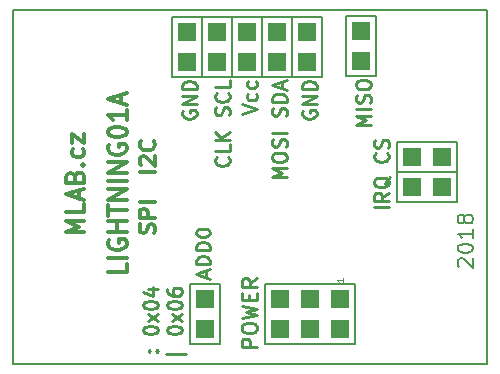
<source format=gbr>
%TF.GenerationSoftware,KiCad,Pcbnew,6.0.11+dfsg-1~bpo11+1*%
%TF.CreationDate,2023-07-05T12:24:24+00:00*%
%TF.ProjectId,LIGHTNING01,4c494748-544e-4494-9e47-30312e6b6963,01A*%
%TF.SameCoordinates,Original*%
%TF.FileFunction,Legend,Top*%
%TF.FilePolarity,Positive*%
%FSLAX46Y46*%
G04 Gerber Fmt 4.6, Leading zero omitted, Abs format (unit mm)*
G04 Created by KiCad (PCBNEW 6.0.11+dfsg-1~bpo11+1) date 2023-07-05 12:24:24*
%MOMM*%
%LPD*%
G01*
G04 APERTURE LIST*
%ADD10C,0.200000*%
%ADD11C,0.250000*%
%ADD12C,0.300000*%
%ADD13C,0.350000*%
%ADD14C,0.050000*%
%ADD15C,0.150000*%
%ADD16R,1.524000X1.524000*%
G04 APERTURE END LIST*
D10*
X40386000Y254000D02*
X254000Y254000D01*
X254000Y30226000D02*
X40386000Y30226000D01*
X254000Y254000D02*
X254000Y30226000D01*
X40386000Y30226000D02*
X40386000Y254000D01*
D11*
X24800000Y21691715D02*
X24742857Y21577429D01*
X24742857Y21406000D01*
X24800000Y21234572D01*
X24914285Y21120286D01*
X25028571Y21063143D01*
X25257142Y21006000D01*
X25428571Y21006000D01*
X25657142Y21063143D01*
X25771428Y21120286D01*
X25885714Y21234572D01*
X25942857Y21406000D01*
X25942857Y21520286D01*
X25885714Y21691715D01*
X25828571Y21748858D01*
X25428571Y21748858D01*
X25428571Y21520286D01*
X25942857Y22263143D02*
X24742857Y22263143D01*
X25942857Y22948858D01*
X24742857Y22948858D01*
X25942857Y23520286D02*
X24742857Y23520286D01*
X24742857Y23806000D01*
X24800000Y23977429D01*
X24914285Y24091715D01*
X25028571Y24148858D01*
X25257142Y24206000D01*
X25428571Y24206000D01*
X25657142Y24148858D01*
X25771428Y24091715D01*
X25885714Y23977429D01*
X25942857Y23806000D01*
X25942857Y23520286D01*
X18462571Y17745429D02*
X18519714Y17688286D01*
X18576857Y17516858D01*
X18576857Y17402572D01*
X18519714Y17231143D01*
X18405428Y17116858D01*
X18291142Y17059715D01*
X18062571Y17002572D01*
X17891142Y17002572D01*
X17662571Y17059715D01*
X17548285Y17116858D01*
X17434000Y17231143D01*
X17376857Y17402572D01*
X17376857Y17516858D01*
X17434000Y17688286D01*
X17491142Y17745429D01*
X18576857Y18831143D02*
X18576857Y18259715D01*
X17376857Y18259715D01*
X18576857Y19231143D02*
X17376857Y19231143D01*
X18576857Y19916858D02*
X17891142Y19402572D01*
X17376857Y19916858D02*
X18062571Y19231143D01*
X18519714Y21288286D02*
X18576857Y21459715D01*
X18576857Y21745429D01*
X18519714Y21859715D01*
X18462571Y21916858D01*
X18348285Y21974000D01*
X18234000Y21974000D01*
X18119714Y21916858D01*
X18062571Y21859715D01*
X18005428Y21745429D01*
X17948285Y21516858D01*
X17891142Y21402572D01*
X17834000Y21345429D01*
X17719714Y21288286D01*
X17605428Y21288286D01*
X17491142Y21345429D01*
X17434000Y21402572D01*
X17376857Y21516858D01*
X17376857Y21802572D01*
X17434000Y21974000D01*
X18462571Y23174000D02*
X18519714Y23116858D01*
X18576857Y22945429D01*
X18576857Y22831143D01*
X18519714Y22659715D01*
X18405428Y22545429D01*
X18291142Y22488286D01*
X18062571Y22431143D01*
X17891142Y22431143D01*
X17662571Y22488286D01*
X17548285Y22545429D01*
X17434000Y22659715D01*
X17376857Y22831143D01*
X17376857Y22945429D01*
X17434000Y23116858D01*
X17491142Y23174000D01*
X18576857Y24259715D02*
X18576857Y23688286D01*
X17376857Y23688286D01*
X14912857Y1063786D02*
X13198571Y1063786D01*
X13312857Y3063786D02*
X13312857Y3178072D01*
X13370000Y3292358D01*
X13427142Y3349500D01*
X13541428Y3406643D01*
X13770000Y3463786D01*
X14055714Y3463786D01*
X14284285Y3406643D01*
X14398571Y3349500D01*
X14455714Y3292358D01*
X14512857Y3178072D01*
X14512857Y3063786D01*
X14455714Y2949500D01*
X14398571Y2892358D01*
X14284285Y2835215D01*
X14055714Y2778072D01*
X13770000Y2778072D01*
X13541428Y2835215D01*
X13427142Y2892358D01*
X13370000Y2949500D01*
X13312857Y3063786D01*
X14512857Y3863786D02*
X13712857Y4492358D01*
X13712857Y3863786D02*
X14512857Y4492358D01*
X13312857Y5178072D02*
X13312857Y5292358D01*
X13370000Y5406643D01*
X13427142Y5463786D01*
X13541428Y5520929D01*
X13770000Y5578072D01*
X14055714Y5578072D01*
X14284285Y5520929D01*
X14398571Y5463786D01*
X14455714Y5406643D01*
X14512857Y5292358D01*
X14512857Y5178072D01*
X14455714Y5063786D01*
X14398571Y5006643D01*
X14284285Y4949500D01*
X14055714Y4892358D01*
X13770000Y4892358D01*
X13541428Y4949500D01*
X13427142Y5006643D01*
X13370000Y5063786D01*
X13312857Y5178072D01*
X13312857Y6606643D02*
X13312857Y6378072D01*
X13370000Y6263786D01*
X13427142Y6206643D01*
X13598571Y6092358D01*
X13827142Y6035215D01*
X14284285Y6035215D01*
X14398571Y6092358D01*
X14455714Y6149500D01*
X14512857Y6263786D01*
X14512857Y6492358D01*
X14455714Y6606643D01*
X14398571Y6663786D01*
X14284285Y6720929D01*
X13998571Y6720929D01*
X13884285Y6663786D01*
X13827142Y6606643D01*
X13770000Y6492358D01*
X13770000Y6263786D01*
X13827142Y6149500D01*
X13884285Y6092358D01*
X13998571Y6035215D01*
X23402857Y16037429D02*
X22202857Y16037429D01*
X23060000Y16437429D01*
X22202857Y16837429D01*
X23402857Y16837429D01*
X22202857Y17637429D02*
X22202857Y17866000D01*
X22260000Y17980286D01*
X22374285Y18094572D01*
X22602857Y18151715D01*
X23002857Y18151715D01*
X23231428Y18094572D01*
X23345714Y17980286D01*
X23402857Y17866000D01*
X23402857Y17637429D01*
X23345714Y17523143D01*
X23231428Y17408858D01*
X23002857Y17351715D01*
X22602857Y17351715D01*
X22374285Y17408858D01*
X22260000Y17523143D01*
X22202857Y17637429D01*
X23345714Y18608858D02*
X23402857Y18780286D01*
X23402857Y19066000D01*
X23345714Y19180286D01*
X23288571Y19237429D01*
X23174285Y19294572D01*
X23060000Y19294572D01*
X22945714Y19237429D01*
X22888571Y19180286D01*
X22831428Y19066000D01*
X22774285Y18837429D01*
X22717142Y18723143D01*
X22660000Y18666000D01*
X22545714Y18608858D01*
X22431428Y18608858D01*
X22317142Y18666000D01*
X22260000Y18723143D01*
X22202857Y18837429D01*
X22202857Y19123143D01*
X22260000Y19294572D01*
X23402857Y19808858D02*
X22202857Y19808858D01*
X23345714Y21237429D02*
X23402857Y21408858D01*
X23402857Y21694572D01*
X23345714Y21808858D01*
X23288571Y21866000D01*
X23174285Y21923143D01*
X23060000Y21923143D01*
X22945714Y21866000D01*
X22888571Y21808858D01*
X22831428Y21694572D01*
X22774285Y21466000D01*
X22717142Y21351715D01*
X22660000Y21294572D01*
X22545714Y21237429D01*
X22431428Y21237429D01*
X22317142Y21294572D01*
X22260000Y21351715D01*
X22202857Y21466000D01*
X22202857Y21751715D01*
X22260000Y21923143D01*
X23402857Y22437429D02*
X22202857Y22437429D01*
X22202857Y22723143D01*
X22260000Y22894572D01*
X22374285Y23008858D01*
X22488571Y23066000D01*
X22717142Y23123143D01*
X22888571Y23123143D01*
X23117142Y23066000D01*
X23231428Y23008858D01*
X23345714Y22894572D01*
X23402857Y22723143D01*
X23402857Y22437429D01*
X23060000Y23580286D02*
X23060000Y24151715D01*
X23402857Y23466000D02*
X22202857Y23866000D01*
X23402857Y24266000D01*
X20908095Y1685096D02*
X19608095Y1685096D01*
X19608095Y2161286D01*
X19670000Y2280334D01*
X19731904Y2339858D01*
X19855714Y2399381D01*
X20041428Y2399381D01*
X20165238Y2339858D01*
X20227142Y2280334D01*
X20289047Y2161286D01*
X20289047Y1685096D01*
X19608095Y3173191D02*
X19608095Y3411286D01*
X19670000Y3530334D01*
X19793809Y3649381D01*
X20041428Y3708905D01*
X20474761Y3708905D01*
X20722380Y3649381D01*
X20846190Y3530334D01*
X20908095Y3411286D01*
X20908095Y3173191D01*
X20846190Y3054143D01*
X20722380Y2935096D01*
X20474761Y2875572D01*
X20041428Y2875572D01*
X19793809Y2935096D01*
X19670000Y3054143D01*
X19608095Y3173191D01*
X19608095Y4125572D02*
X20908095Y4423191D01*
X19979523Y4661286D01*
X20908095Y4899381D01*
X19608095Y5197000D01*
X20227142Y5673191D02*
X20227142Y6089858D01*
X20908095Y6268429D02*
X20908095Y5673191D01*
X19608095Y5673191D01*
X19608095Y6268429D01*
X20908095Y7518429D02*
X20289047Y7101762D01*
X20908095Y6804143D02*
X19608095Y6804143D01*
X19608095Y7280334D01*
X19670000Y7399381D01*
X19731904Y7458905D01*
X19855714Y7518429D01*
X20041428Y7518429D01*
X20165238Y7458905D01*
X20227142Y7399381D01*
X20289047Y7280334D01*
X20289047Y6804143D01*
X19662857Y21431429D02*
X20862857Y21831429D01*
X19662857Y22231429D01*
X20805714Y23145715D02*
X20862857Y23031429D01*
X20862857Y22802858D01*
X20805714Y22688572D01*
X20748571Y22631429D01*
X20634285Y22574286D01*
X20291428Y22574286D01*
X20177142Y22631429D01*
X20120000Y22688572D01*
X20062857Y22802858D01*
X20062857Y23031429D01*
X20120000Y23145715D01*
X20805714Y24174286D02*
X20862857Y24060000D01*
X20862857Y23831429D01*
X20805714Y23717143D01*
X20748571Y23660000D01*
X20634285Y23602858D01*
X20291428Y23602858D01*
X20177142Y23660000D01*
X20120000Y23717143D01*
X20062857Y23831429D01*
X20062857Y24060000D01*
X20120000Y24174286D01*
X31924571Y18088000D02*
X31981714Y18030858D01*
X32038857Y17859429D01*
X32038857Y17745143D01*
X31981714Y17573715D01*
X31867428Y17459429D01*
X31753142Y17402286D01*
X31524571Y17345143D01*
X31353142Y17345143D01*
X31124571Y17402286D01*
X31010285Y17459429D01*
X30896000Y17573715D01*
X30838857Y17745143D01*
X30838857Y17859429D01*
X30896000Y18030858D01*
X30953142Y18088000D01*
X31981714Y18545143D02*
X32038857Y18716572D01*
X32038857Y19002286D01*
X31981714Y19116572D01*
X31924571Y19173715D01*
X31810285Y19230858D01*
X31696000Y19230858D01*
X31581714Y19173715D01*
X31524571Y19116572D01*
X31467428Y19002286D01*
X31410285Y18773715D01*
X31353142Y18659429D01*
X31296000Y18602286D01*
X31181714Y18545143D01*
X31067428Y18545143D01*
X30953142Y18602286D01*
X30896000Y18659429D01*
X30838857Y18773715D01*
X30838857Y19059429D01*
X30896000Y19230858D01*
D12*
X6266571Y11386858D02*
X4766571Y11386858D01*
X5838000Y11886858D01*
X4766571Y12386858D01*
X6266571Y12386858D01*
X6266571Y13815429D02*
X6266571Y13101143D01*
X4766571Y13101143D01*
X5838000Y14244000D02*
X5838000Y14958286D01*
X6266571Y14101143D02*
X4766571Y14601143D01*
X6266571Y15101143D01*
X5480857Y16101143D02*
X5552285Y16315429D01*
X5623714Y16386858D01*
X5766571Y16458286D01*
X5980857Y16458286D01*
X6123714Y16386858D01*
X6195142Y16315429D01*
X6266571Y16172572D01*
X6266571Y15601143D01*
X4766571Y15601143D01*
X4766571Y16101143D01*
X4838000Y16244000D01*
X4909428Y16315429D01*
X5052285Y16386858D01*
X5195142Y16386858D01*
X5338000Y16315429D01*
X5409428Y16244000D01*
X5480857Y16101143D01*
X5480857Y15601143D01*
X6123714Y17101143D02*
X6195142Y17172572D01*
X6266571Y17101143D01*
X6195142Y17029715D01*
X6123714Y17101143D01*
X6266571Y17101143D01*
X6195142Y18458286D02*
X6266571Y18315429D01*
X6266571Y18029715D01*
X6195142Y17886858D01*
X6123714Y17815429D01*
X5980857Y17744000D01*
X5552285Y17744000D01*
X5409428Y17815429D01*
X5338000Y17886858D01*
X5266571Y18029715D01*
X5266571Y18315429D01*
X5338000Y18458286D01*
X5266571Y18958286D02*
X5266571Y19744000D01*
X6266571Y18958286D01*
X6266571Y19744000D01*
D11*
X14640000Y21691715D02*
X14582857Y21577429D01*
X14582857Y21406000D01*
X14640000Y21234572D01*
X14754285Y21120286D01*
X14868571Y21063143D01*
X15097142Y21006000D01*
X15268571Y21006000D01*
X15497142Y21063143D01*
X15611428Y21120286D01*
X15725714Y21234572D01*
X15782857Y21406000D01*
X15782857Y21520286D01*
X15725714Y21691715D01*
X15668571Y21748858D01*
X15268571Y21748858D01*
X15268571Y21520286D01*
X15782857Y22263143D02*
X14582857Y22263143D01*
X15782857Y22948858D01*
X14582857Y22948858D01*
X15782857Y23520286D02*
X14582857Y23520286D01*
X14582857Y23806000D01*
X14640000Y23977429D01*
X14754285Y24091715D01*
X14868571Y24148858D01*
X15097142Y24206000D01*
X15268571Y24206000D01*
X15497142Y24148858D01*
X15611428Y24091715D01*
X15725714Y23977429D01*
X15782857Y23806000D01*
X15782857Y23520286D01*
D13*
X9867809Y8744000D02*
X9867809Y8029715D01*
X8267809Y8029715D01*
X9867809Y9244000D02*
X8267809Y9244000D01*
X8344000Y10744000D02*
X8267809Y10601143D01*
X8267809Y10386858D01*
X8344000Y10172572D01*
X8496380Y10029715D01*
X8648761Y9958286D01*
X8953523Y9886858D01*
X9182095Y9886858D01*
X9486857Y9958286D01*
X9639238Y10029715D01*
X9791619Y10172572D01*
X9867809Y10386858D01*
X9867809Y10529715D01*
X9791619Y10744000D01*
X9715428Y10815429D01*
X9182095Y10815429D01*
X9182095Y10529715D01*
X9867809Y11458286D02*
X8267809Y11458286D01*
X9029714Y11458286D02*
X9029714Y12315429D01*
X9867809Y12315429D02*
X8267809Y12315429D01*
X8267809Y12815429D02*
X8267809Y13672572D01*
X9867809Y13244000D02*
X8267809Y13244000D01*
X9867809Y14172572D02*
X8267809Y14172572D01*
X9867809Y15029715D01*
X8267809Y15029715D01*
X9867809Y15744000D02*
X8267809Y15744000D01*
X9867809Y16458286D02*
X8267809Y16458286D01*
X9867809Y17315429D01*
X8267809Y17315429D01*
X8344000Y18815429D02*
X8267809Y18672572D01*
X8267809Y18458286D01*
X8344000Y18244000D01*
X8496380Y18101143D01*
X8648761Y18029715D01*
X8953523Y17958286D01*
X9182095Y17958286D01*
X9486857Y18029715D01*
X9639238Y18101143D01*
X9791619Y18244000D01*
X9867809Y18458286D01*
X9867809Y18601143D01*
X9791619Y18815429D01*
X9715428Y18886858D01*
X9182095Y18886858D01*
X9182095Y18601143D01*
X8267809Y19815429D02*
X8267809Y19958286D01*
X8344000Y20101143D01*
X8420190Y20172572D01*
X8572571Y20244000D01*
X8877333Y20315429D01*
X9258285Y20315429D01*
X9563047Y20244000D01*
X9715428Y20172572D01*
X9791619Y20101143D01*
X9867809Y19958286D01*
X9867809Y19815429D01*
X9791619Y19672572D01*
X9715428Y19601143D01*
X9563047Y19529715D01*
X9258285Y19458286D01*
X8877333Y19458286D01*
X8572571Y19529715D01*
X8420190Y19601143D01*
X8344000Y19672572D01*
X8267809Y19815429D01*
X9867809Y21744000D02*
X9867809Y20886858D01*
X9867809Y21315429D02*
X8267809Y21315429D01*
X8496380Y21172572D01*
X8648761Y21029715D01*
X8724952Y20886858D01*
X9410666Y22315429D02*
X9410666Y23029715D01*
X9867809Y22172572D02*
X8267809Y22672572D01*
X9867809Y23172572D01*
D11*
X16583000Y7594858D02*
X16583000Y8166286D01*
X16925857Y7480572D02*
X15725857Y7880572D01*
X16925857Y8280572D01*
X16925857Y8680572D02*
X15725857Y8680572D01*
X15725857Y8966286D01*
X15783000Y9137715D01*
X15897285Y9252000D01*
X16011571Y9309143D01*
X16240142Y9366286D01*
X16411571Y9366286D01*
X16640142Y9309143D01*
X16754428Y9252000D01*
X16868714Y9137715D01*
X16925857Y8966286D01*
X16925857Y8680572D01*
X16925857Y9880572D02*
X15725857Y9880572D01*
X15725857Y10166286D01*
X15783000Y10337715D01*
X15897285Y10452000D01*
X16011571Y10509143D01*
X16240142Y10566286D01*
X16411571Y10566286D01*
X16640142Y10509143D01*
X16754428Y10452000D01*
X16868714Y10337715D01*
X16925857Y10166286D01*
X16925857Y9880572D01*
X15725857Y11309143D02*
X15725857Y11423429D01*
X15783000Y11537715D01*
X15840142Y11594858D01*
X15954428Y11652000D01*
X16183000Y11709143D01*
X16468714Y11709143D01*
X16697285Y11652000D01*
X16811571Y11594858D01*
X16868714Y11537715D01*
X16925857Y11423429D01*
X16925857Y11309143D01*
X16868714Y11194858D01*
X16811571Y11137715D01*
X16697285Y11080572D01*
X16468714Y11023429D01*
X16183000Y11023429D01*
X15954428Y11080572D01*
X15840142Y11137715D01*
X15783000Y11194858D01*
X15725857Y11309143D01*
X12366571Y1349500D02*
X12423714Y1406643D01*
X12480857Y1349500D01*
X12423714Y1292358D01*
X12366571Y1349500D01*
X12480857Y1349500D01*
X11738000Y1349500D02*
X11795142Y1406643D01*
X11852285Y1349500D01*
X11795142Y1292358D01*
X11738000Y1349500D01*
X11852285Y1349500D01*
X11280857Y3063786D02*
X11280857Y3178072D01*
X11338000Y3292358D01*
X11395142Y3349500D01*
X11509428Y3406643D01*
X11738000Y3463786D01*
X12023714Y3463786D01*
X12252285Y3406643D01*
X12366571Y3349500D01*
X12423714Y3292358D01*
X12480857Y3178072D01*
X12480857Y3063786D01*
X12423714Y2949500D01*
X12366571Y2892358D01*
X12252285Y2835215D01*
X12023714Y2778072D01*
X11738000Y2778072D01*
X11509428Y2835215D01*
X11395142Y2892358D01*
X11338000Y2949500D01*
X11280857Y3063786D01*
X12480857Y3863786D02*
X11680857Y4492358D01*
X11680857Y3863786D02*
X12480857Y4492358D01*
X11280857Y5178072D02*
X11280857Y5292358D01*
X11338000Y5406643D01*
X11395142Y5463786D01*
X11509428Y5520929D01*
X11738000Y5578072D01*
X12023714Y5578072D01*
X12252285Y5520929D01*
X12366571Y5463786D01*
X12423714Y5406643D01*
X12480857Y5292358D01*
X12480857Y5178072D01*
X12423714Y5063786D01*
X12366571Y5006643D01*
X12252285Y4949500D01*
X12023714Y4892358D01*
X11738000Y4892358D01*
X11509428Y4949500D01*
X11395142Y5006643D01*
X11338000Y5063786D01*
X11280857Y5178072D01*
X11680857Y6606643D02*
X12480857Y6606643D01*
X11223714Y6320929D02*
X12080857Y6035215D01*
X12080857Y6778072D01*
X30514857Y20466286D02*
X29314857Y20466286D01*
X30172000Y20866286D01*
X29314857Y21266286D01*
X30514857Y21266286D01*
X30514857Y21837715D02*
X29314857Y21837715D01*
X30457714Y22352000D02*
X30514857Y22523429D01*
X30514857Y22809143D01*
X30457714Y22923429D01*
X30400571Y22980572D01*
X30286285Y23037715D01*
X30172000Y23037715D01*
X30057714Y22980572D01*
X30000571Y22923429D01*
X29943428Y22809143D01*
X29886285Y22580572D01*
X29829142Y22466286D01*
X29772000Y22409143D01*
X29657714Y22352000D01*
X29543428Y22352000D01*
X29429142Y22409143D01*
X29372000Y22466286D01*
X29314857Y22580572D01*
X29314857Y22866286D01*
X29372000Y23037715D01*
X29314857Y23780572D02*
X29314857Y24009143D01*
X29372000Y24123429D01*
X29486285Y24237715D01*
X29714857Y24294858D01*
X30114857Y24294858D01*
X30343428Y24237715D01*
X30457714Y24123429D01*
X30514857Y24009143D01*
X30514857Y23780572D01*
X30457714Y23666286D01*
X30343428Y23552000D01*
X30114857Y23494858D01*
X29714857Y23494858D01*
X29486285Y23552000D01*
X29372000Y23666286D01*
X29314857Y23780572D01*
X32038857Y13503429D02*
X30838857Y13503429D01*
X32038857Y14760572D02*
X31467428Y14360572D01*
X32038857Y14074858D02*
X30838857Y14074858D01*
X30838857Y14532000D01*
X30896000Y14646286D01*
X30953142Y14703429D01*
X31067428Y14760572D01*
X31238857Y14760572D01*
X31353142Y14703429D01*
X31410285Y14646286D01*
X31467428Y14532000D01*
X31467428Y14074858D01*
X32153142Y16074858D02*
X32096000Y15960572D01*
X31981714Y15846286D01*
X31810285Y15674858D01*
X31753142Y15560572D01*
X31753142Y15446286D01*
X32038857Y15503429D02*
X31981714Y15389143D01*
X31867428Y15274858D01*
X31638857Y15217715D01*
X31238857Y15217715D01*
X31010285Y15274858D01*
X30896000Y15389143D01*
X30838857Y15503429D01*
X30838857Y15732000D01*
X30896000Y15846286D01*
X31010285Y15960572D01*
X31238857Y16017715D01*
X31638857Y16017715D01*
X31867428Y15960572D01*
X31981714Y15846286D01*
X32038857Y15732000D01*
X32038857Y15503429D01*
D10*
X38019904Y8439429D02*
X37958000Y8501334D01*
X37896095Y8625143D01*
X37896095Y8934667D01*
X37958000Y9058477D01*
X38019904Y9120381D01*
X38143714Y9182286D01*
X38267523Y9182286D01*
X38453238Y9120381D01*
X39196095Y8377524D01*
X39196095Y9182286D01*
X37896095Y9987048D02*
X37896095Y10110858D01*
X37958000Y10234667D01*
X38019904Y10296572D01*
X38143714Y10358477D01*
X38391333Y10420381D01*
X38700857Y10420381D01*
X38948476Y10358477D01*
X39072285Y10296572D01*
X39134190Y10234667D01*
X39196095Y10110858D01*
X39196095Y9987048D01*
X39134190Y9863239D01*
X39072285Y9801334D01*
X38948476Y9739429D01*
X38700857Y9677524D01*
X38391333Y9677524D01*
X38143714Y9739429D01*
X38019904Y9801334D01*
X37958000Y9863239D01*
X37896095Y9987048D01*
X39196095Y11658477D02*
X39196095Y10915620D01*
X39196095Y11287048D02*
X37896095Y11287048D01*
X38081809Y11163239D01*
X38205619Y11039429D01*
X38267523Y10915620D01*
X38453238Y12401334D02*
X38391333Y12277524D01*
X38329428Y12215620D01*
X38205619Y12153715D01*
X38143714Y12153715D01*
X38019904Y12215620D01*
X37958000Y12277524D01*
X37896095Y12401334D01*
X37896095Y12648953D01*
X37958000Y12772762D01*
X38019904Y12834667D01*
X38143714Y12896572D01*
X38205619Y12896572D01*
X38329428Y12834667D01*
X38391333Y12772762D01*
X38453238Y12648953D01*
X38453238Y12401334D01*
X38515142Y12277524D01*
X38577047Y12215620D01*
X38700857Y12153715D01*
X38948476Y12153715D01*
X39072285Y12215620D01*
X39134190Y12277524D01*
X39196095Y12401334D01*
X39196095Y12648953D01*
X39134190Y12772762D01*
X39072285Y12834667D01*
X38948476Y12896572D01*
X38700857Y12896572D01*
X38577047Y12834667D01*
X38515142Y12772762D01*
X38453238Y12648953D01*
D12*
X12210190Y11340000D02*
X12272095Y11525715D01*
X12272095Y11835239D01*
X12210190Y11959048D01*
X12148285Y12020953D01*
X12024476Y12082858D01*
X11900666Y12082858D01*
X11776857Y12020953D01*
X11714952Y11959048D01*
X11653047Y11835239D01*
X11591142Y11587620D01*
X11529238Y11463810D01*
X11467333Y11401905D01*
X11343523Y11340000D01*
X11219714Y11340000D01*
X11095904Y11401905D01*
X11034000Y11463810D01*
X10972095Y11587620D01*
X10972095Y11897143D01*
X11034000Y12082858D01*
X12272095Y12640000D02*
X10972095Y12640000D01*
X10972095Y13135239D01*
X11034000Y13259048D01*
X11095904Y13320953D01*
X11219714Y13382858D01*
X11405428Y13382858D01*
X11529238Y13320953D01*
X11591142Y13259048D01*
X11653047Y13135239D01*
X11653047Y12640000D01*
X12272095Y13940000D02*
X10972095Y13940000D01*
X12272095Y16540000D02*
X10972095Y16540000D01*
X11095904Y17097143D02*
X11034000Y17159048D01*
X10972095Y17282858D01*
X10972095Y17592381D01*
X11034000Y17716191D01*
X11095904Y17778096D01*
X11219714Y17840000D01*
X11343523Y17840000D01*
X11529238Y17778096D01*
X12272095Y17035239D01*
X12272095Y17840000D01*
X12148285Y19140000D02*
X12210190Y19078096D01*
X12272095Y18892381D01*
X12272095Y18768572D01*
X12210190Y18582858D01*
X12086380Y18459048D01*
X11962571Y18397143D01*
X11714952Y18335239D01*
X11529238Y18335239D01*
X11281619Y18397143D01*
X11157809Y18459048D01*
X11034000Y18582858D01*
X10972095Y18768572D01*
X10972095Y18892381D01*
X11034000Y19078096D01*
X11095904Y19140000D01*
D14*
%TO.C,J10*%
X28166190Y7508858D02*
X28166190Y7223143D01*
X28166190Y7366000D02*
X27666190Y7366000D01*
X27737619Y7318381D01*
X27785238Y7270762D01*
X27809047Y7223143D01*
D15*
%TO.C,J1*%
X15240000Y6985000D02*
X17780000Y6985000D01*
X17780000Y1905000D02*
X15240000Y1905000D01*
X17780000Y6985000D02*
X17780000Y1905000D01*
X15240000Y1905000D02*
X15240000Y6985000D01*
%TO.C,J3*%
X30988000Y24638000D02*
X28448000Y24638000D01*
X28448000Y24638000D02*
X28448000Y29718000D01*
X30988000Y29718000D02*
X30988000Y24638000D01*
X28448000Y29718000D02*
X30988000Y29718000D01*
%TO.C,J4*%
X23876000Y29661327D02*
X23876000Y24581327D01*
X23876000Y24581327D02*
X21336000Y24581327D01*
X21336000Y24581327D02*
X21336000Y29661327D01*
X21336000Y29661327D02*
X23876000Y29661327D01*
%TO.C,J5*%
X16256000Y29661327D02*
X18796000Y29661327D01*
X16256000Y24581327D02*
X16256000Y29661327D01*
X18796000Y24581327D02*
X16256000Y24581327D01*
X18796000Y29661327D02*
X18796000Y24581327D01*
%TO.C,J6*%
X32766000Y16510000D02*
X37846000Y16510000D01*
X37846000Y16510000D02*
X37846000Y13970000D01*
X32766000Y13970000D02*
X32766000Y16510000D01*
X37846000Y13970000D02*
X32766000Y13970000D01*
%TO.C,J10*%
X21590000Y6985000D02*
X29210000Y6985000D01*
X29210000Y1905000D02*
X21590000Y1905000D01*
X21590000Y1905000D02*
X21590000Y6985000D01*
X29210000Y6985000D02*
X29210000Y1905000D01*
%TO.C,J8*%
X26416000Y24581327D02*
X23876000Y24581327D01*
X26416000Y29661327D02*
X26416000Y24581327D01*
X23876000Y24581327D02*
X23876000Y29661327D01*
X23876000Y29661327D02*
X26416000Y29661327D01*
%TO.C,J7*%
X21336000Y29661327D02*
X21336000Y24581327D01*
X18796000Y29661327D02*
X21336000Y29661327D01*
X18796000Y24581327D02*
X18796000Y29661327D01*
X21336000Y24581327D02*
X18796000Y24581327D01*
%TO.C,J9*%
X16256000Y29661327D02*
X16256000Y24581327D01*
X13716000Y29661327D02*
X16256000Y29661327D01*
X16256000Y24581327D02*
X13716000Y24581327D01*
X13716000Y24581327D02*
X13716000Y29661327D01*
%TO.C,J2*%
X37846000Y19050000D02*
X37846000Y16510000D01*
X32766000Y19050000D02*
X37846000Y19050000D01*
X37846000Y16510000D02*
X32766000Y16510000D01*
X32766000Y16510000D02*
X32766000Y19050000D01*
%TD*%
D16*
%TO.C,J1*%
X16510000Y5715000D03*
X16510000Y3175000D03*
%TD*%
%TO.C,J3*%
X29718000Y28448000D03*
X29718000Y25908000D03*
%TD*%
%TO.C,J4*%
X22606000Y28391327D03*
X22606000Y25851327D03*
%TD*%
%TO.C,J5*%
X17526000Y28391327D03*
X17526000Y25851327D03*
%TD*%
%TO.C,J6*%
X34036000Y15240000D03*
X36576000Y15240000D03*
%TD*%
%TO.C,J10*%
X27940000Y5715000D03*
X27940000Y3175000D03*
X25400000Y5715000D03*
X25400000Y3175000D03*
X22860000Y5715000D03*
X22860000Y3175000D03*
%TD*%
%TO.C,J8*%
X25146000Y25851327D03*
X25146000Y28391327D03*
%TD*%
%TO.C,J7*%
X20066000Y25851327D03*
X20066000Y28391327D03*
%TD*%
%TO.C,J9*%
X14986000Y25851327D03*
X14986000Y28391327D03*
%TD*%
%TO.C,J2*%
X34036000Y17780000D03*
X36576000Y17780000D03*
%TD*%
M02*

</source>
